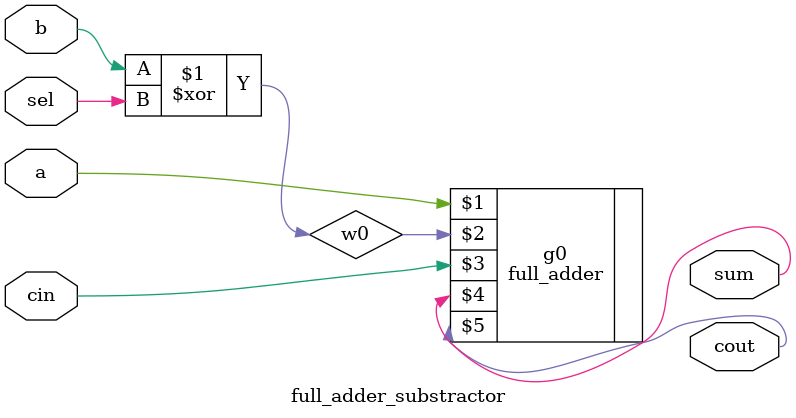
<source format=v>
`timescale 1ns / 1ps
module full_adder_substractor(
    input a,
    input b,
    input cin,
    input sel,
    output sum,
    output cout
    );
	
	wire w0;
	xor #(10) x0(w0,b,sel);
	full_adder g0(a,w0,cin,sum,cout);

endmodule

</source>
